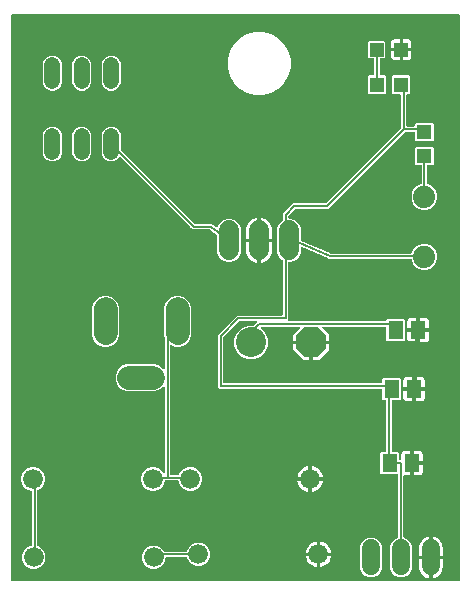
<source format=gbr>
G04 EAGLE Gerber RS-274X export*
G75*
%MOMM*%
%FSLAX34Y34*%
%LPD*%
%INTop Copper*%
%IPPOS*%
%AMOC8*
5,1,8,0,0,1.08239X$1,22.5*%
G01*
%ADD10C,2.540000*%
%ADD11P,2.749271X8X22.500000*%
%ADD12R,1.300000X1.500000*%
%ADD13C,1.676400*%
%ADD14C,1.879600*%
%ADD15C,1.524000*%
%ADD16R,1.300000X1.200000*%
%ADD17R,1.200000X1.200000*%
%ADD18C,2.000000*%
%ADD19R,1.200000X1.300000*%
%ADD20C,1.320800*%
%ADD21C,1.676400*%
%ADD22C,0.152400*%

G36*
X389098Y10164D02*
X389098Y10164D01*
X389117Y10162D01*
X389219Y10184D01*
X389321Y10200D01*
X389338Y10210D01*
X389358Y10214D01*
X389447Y10267D01*
X389538Y10316D01*
X389552Y10330D01*
X389569Y10340D01*
X389636Y10419D01*
X389708Y10494D01*
X389716Y10512D01*
X389729Y10527D01*
X389768Y10623D01*
X389811Y10717D01*
X389813Y10737D01*
X389821Y10755D01*
X389839Y10922D01*
X389839Y489078D01*
X389836Y489098D01*
X389838Y489117D01*
X389816Y489219D01*
X389800Y489321D01*
X389790Y489338D01*
X389786Y489358D01*
X389733Y489447D01*
X389684Y489538D01*
X389670Y489552D01*
X389660Y489569D01*
X389581Y489636D01*
X389506Y489708D01*
X389488Y489716D01*
X389473Y489729D01*
X389377Y489768D01*
X389283Y489811D01*
X389263Y489813D01*
X389245Y489821D01*
X389078Y489839D01*
X10922Y489839D01*
X10902Y489836D01*
X10883Y489838D01*
X10781Y489816D01*
X10679Y489800D01*
X10662Y489790D01*
X10642Y489786D01*
X10553Y489733D01*
X10462Y489684D01*
X10448Y489670D01*
X10431Y489660D01*
X10364Y489581D01*
X10292Y489506D01*
X10284Y489488D01*
X10271Y489473D01*
X10232Y489377D01*
X10189Y489283D01*
X10187Y489263D01*
X10179Y489245D01*
X10161Y489078D01*
X10161Y10922D01*
X10164Y10902D01*
X10162Y10883D01*
X10184Y10781D01*
X10200Y10679D01*
X10210Y10662D01*
X10214Y10642D01*
X10267Y10553D01*
X10316Y10462D01*
X10330Y10448D01*
X10340Y10431D01*
X10419Y10364D01*
X10494Y10292D01*
X10512Y10284D01*
X10527Y10271D01*
X10623Y10232D01*
X10717Y10189D01*
X10737Y10187D01*
X10755Y10179D01*
X10922Y10161D01*
X389078Y10161D01*
X389098Y10164D01*
G37*
%LPC*%
G36*
X338181Y13235D02*
X338181Y13235D01*
X334820Y14627D01*
X332247Y17200D01*
X330855Y20561D01*
X330855Y39439D01*
X332247Y42800D01*
X334820Y45373D01*
X337243Y46376D01*
X337343Y46438D01*
X337443Y46498D01*
X337447Y46503D01*
X337452Y46506D01*
X337527Y46596D01*
X337603Y46685D01*
X337605Y46691D01*
X337609Y46695D01*
X337651Y46804D01*
X337695Y46913D01*
X337696Y46920D01*
X337697Y46925D01*
X337698Y46943D01*
X337713Y47080D01*
X337713Y100214D01*
X337710Y100234D01*
X337712Y100253D01*
X337690Y100355D01*
X337674Y100457D01*
X337664Y100474D01*
X337660Y100494D01*
X337607Y100583D01*
X337558Y100674D01*
X337544Y100688D01*
X337534Y100705D01*
X337455Y100772D01*
X337380Y100844D01*
X337362Y100852D01*
X337347Y100865D01*
X337251Y100904D01*
X337157Y100947D01*
X337137Y100949D01*
X337119Y100957D01*
X336952Y100975D01*
X323368Y100975D01*
X322475Y101868D01*
X322475Y118132D01*
X323368Y119025D01*
X326952Y119025D01*
X326972Y119028D01*
X326991Y119026D01*
X327093Y119048D01*
X327195Y119064D01*
X327212Y119074D01*
X327232Y119078D01*
X327321Y119131D01*
X327412Y119180D01*
X327426Y119194D01*
X327443Y119204D01*
X327510Y119283D01*
X327582Y119358D01*
X327590Y119376D01*
X327603Y119391D01*
X327642Y119487D01*
X327685Y119581D01*
X327687Y119601D01*
X327695Y119619D01*
X327713Y119786D01*
X327713Y162814D01*
X327710Y162834D01*
X327712Y162853D01*
X327690Y162955D01*
X327674Y163057D01*
X327664Y163074D01*
X327660Y163094D01*
X327607Y163183D01*
X327558Y163274D01*
X327544Y163288D01*
X327534Y163305D01*
X327455Y163372D01*
X327380Y163444D01*
X327362Y163452D01*
X327347Y163465D01*
X327251Y163504D01*
X327157Y163547D01*
X327137Y163549D01*
X327119Y163557D01*
X326952Y163575D01*
X325068Y163575D01*
X324175Y164468D01*
X324175Y171952D01*
X324172Y171972D01*
X324174Y171991D01*
X324152Y172093D01*
X324136Y172195D01*
X324126Y172212D01*
X324122Y172232D01*
X324069Y172321D01*
X324020Y172412D01*
X324006Y172426D01*
X323996Y172443D01*
X323917Y172510D01*
X323842Y172582D01*
X323824Y172590D01*
X323809Y172603D01*
X323713Y172642D01*
X323619Y172685D01*
X323599Y172687D01*
X323581Y172695D01*
X323414Y172713D01*
X186553Y172713D01*
X185213Y174053D01*
X185213Y218447D01*
X201553Y234787D01*
X239452Y234787D01*
X239472Y234790D01*
X239491Y234788D01*
X239593Y234810D01*
X239695Y234826D01*
X239712Y234836D01*
X239732Y234840D01*
X239821Y234893D01*
X239912Y234942D01*
X239926Y234956D01*
X239943Y234966D01*
X240010Y235045D01*
X240082Y235120D01*
X240090Y235138D01*
X240103Y235153D01*
X240142Y235249D01*
X240185Y235343D01*
X240187Y235363D01*
X240195Y235381D01*
X240213Y235548D01*
X240213Y280935D01*
X240194Y281050D01*
X240177Y281166D01*
X240175Y281171D01*
X240174Y281178D01*
X240119Y281281D01*
X240066Y281385D01*
X240061Y281389D01*
X240058Y281395D01*
X239974Y281475D01*
X239890Y281557D01*
X239884Y281561D01*
X239880Y281564D01*
X239863Y281572D01*
X239802Y281606D01*
X237001Y284406D01*
X235493Y288047D01*
X235493Y308753D01*
X237001Y312394D01*
X239813Y315205D01*
X239843Y315224D01*
X239943Y315283D01*
X239947Y315288D01*
X239952Y315291D01*
X240027Y315382D01*
X240103Y315470D01*
X240105Y315476D01*
X240109Y315481D01*
X240151Y315590D01*
X240195Y315698D01*
X240196Y315706D01*
X240197Y315711D01*
X240198Y315729D01*
X240213Y315865D01*
X240213Y320947D01*
X249053Y329787D01*
X276237Y329787D01*
X276328Y329801D01*
X276418Y329809D01*
X276448Y329821D01*
X276480Y329826D01*
X276561Y329869D01*
X276645Y329905D01*
X276677Y329931D01*
X276698Y329942D01*
X276720Y329965D01*
X276776Y330010D01*
X339990Y393224D01*
X340043Y393298D01*
X340103Y393368D01*
X340115Y393398D01*
X340134Y393424D01*
X340161Y393511D01*
X340195Y393596D01*
X340199Y393637D01*
X340206Y393659D01*
X340205Y393691D01*
X340213Y393763D01*
X340213Y421214D01*
X340210Y421234D01*
X340212Y421253D01*
X340190Y421354D01*
X340174Y421457D01*
X340164Y421474D01*
X340160Y421494D01*
X340107Y421583D01*
X340058Y421674D01*
X340044Y421688D01*
X340034Y421705D01*
X339955Y421772D01*
X339880Y421844D01*
X339862Y421852D01*
X339847Y421865D01*
X339751Y421904D01*
X339657Y421947D01*
X339637Y421949D01*
X339619Y421957D01*
X339452Y421975D01*
X333528Y421975D01*
X332635Y422868D01*
X332635Y437132D01*
X333528Y438025D01*
X346792Y438025D01*
X347685Y437132D01*
X347685Y422868D01*
X346792Y421975D01*
X345548Y421975D01*
X345528Y421972D01*
X345509Y421974D01*
X345407Y421952D01*
X345305Y421936D01*
X345288Y421926D01*
X345268Y421922D01*
X345179Y421869D01*
X345088Y421820D01*
X345074Y421806D01*
X345057Y421796D01*
X344990Y421717D01*
X344918Y421642D01*
X344910Y421624D01*
X344897Y421609D01*
X344858Y421513D01*
X344815Y421419D01*
X344813Y421399D01*
X344805Y421381D01*
X344787Y421214D01*
X344787Y395548D01*
X344790Y395528D01*
X344788Y395509D01*
X344810Y395407D01*
X344826Y395305D01*
X344836Y395288D01*
X344840Y395268D01*
X344893Y395179D01*
X344942Y395088D01*
X344956Y395074D01*
X344966Y395057D01*
X345045Y394990D01*
X345120Y394918D01*
X345138Y394910D01*
X345153Y394897D01*
X345249Y394858D01*
X345343Y394815D01*
X345363Y394813D01*
X345381Y394805D01*
X345548Y394787D01*
X351214Y394787D01*
X351234Y394790D01*
X351253Y394788D01*
X351355Y394810D01*
X351457Y394826D01*
X351474Y394836D01*
X351494Y394840D01*
X351583Y394893D01*
X351674Y394942D01*
X351688Y394956D01*
X351705Y394966D01*
X351772Y395045D01*
X351844Y395120D01*
X351852Y395138D01*
X351865Y395153D01*
X351904Y395249D01*
X351947Y395343D01*
X351949Y395363D01*
X351957Y395381D01*
X351975Y395548D01*
X351975Y396792D01*
X352868Y397685D01*
X367132Y397685D01*
X368025Y396792D01*
X368025Y383528D01*
X367132Y382635D01*
X352868Y382635D01*
X351975Y383528D01*
X351975Y389452D01*
X351972Y389472D01*
X351974Y389491D01*
X351952Y389593D01*
X351936Y389695D01*
X351926Y389712D01*
X351922Y389732D01*
X351869Y389821D01*
X351820Y389912D01*
X351806Y389926D01*
X351796Y389943D01*
X351717Y390010D01*
X351642Y390082D01*
X351624Y390090D01*
X351609Y390103D01*
X351513Y390142D01*
X351419Y390185D01*
X351399Y390187D01*
X351381Y390195D01*
X351214Y390213D01*
X343763Y390213D01*
X343672Y390199D01*
X343582Y390191D01*
X343552Y390179D01*
X343520Y390174D01*
X343439Y390131D01*
X343355Y390095D01*
X343323Y390069D01*
X343302Y390058D01*
X343280Y390035D01*
X343224Y389990D01*
X278447Y325213D01*
X251263Y325213D01*
X251172Y325199D01*
X251082Y325191D01*
X251052Y325179D01*
X251020Y325174D01*
X250939Y325131D01*
X250855Y325095D01*
X250823Y325069D01*
X250802Y325058D01*
X250780Y325035D01*
X250724Y324990D01*
X245010Y319276D01*
X244957Y319202D01*
X244897Y319132D01*
X244885Y319102D01*
X244866Y319076D01*
X244839Y318989D01*
X244805Y318904D01*
X244801Y318863D01*
X244794Y318841D01*
X244795Y318809D01*
X244787Y318737D01*
X244787Y317450D01*
X244790Y317430D01*
X244788Y317411D01*
X244810Y317309D01*
X244826Y317207D01*
X244836Y317190D01*
X244840Y317170D01*
X244893Y317081D01*
X244942Y316990D01*
X244956Y316976D01*
X244966Y316959D01*
X245045Y316892D01*
X245120Y316820D01*
X245138Y316812D01*
X245153Y316799D01*
X245249Y316760D01*
X245343Y316717D01*
X245363Y316715D01*
X245381Y316707D01*
X245548Y316689D01*
X247371Y316689D01*
X251012Y315181D01*
X253799Y312394D01*
X255307Y308753D01*
X255307Y298573D01*
X255325Y298462D01*
X255340Y298351D01*
X255345Y298341D01*
X255346Y298330D01*
X255399Y298231D01*
X255449Y298130D01*
X255456Y298122D01*
X255462Y298113D01*
X255543Y298035D01*
X255622Y297956D01*
X255634Y297949D01*
X255640Y297943D01*
X255664Y297932D01*
X255768Y297873D01*
X280326Y287348D01*
X280394Y287331D01*
X280459Y287305D01*
X280533Y287297D01*
X280565Y287289D01*
X280587Y287291D01*
X280626Y287287D01*
X348782Y287287D01*
X348896Y287306D01*
X349012Y287323D01*
X349018Y287325D01*
X349024Y287326D01*
X349127Y287381D01*
X349232Y287434D01*
X349236Y287439D01*
X349242Y287442D01*
X349322Y287526D01*
X349404Y287610D01*
X349408Y287616D01*
X349411Y287620D01*
X349419Y287637D01*
X349485Y287757D01*
X350740Y290787D01*
X353813Y293860D01*
X357827Y295523D01*
X362173Y295523D01*
X366187Y293860D01*
X369260Y290787D01*
X370923Y286773D01*
X370923Y282427D01*
X369260Y278413D01*
X366187Y275340D01*
X362173Y273677D01*
X357827Y273677D01*
X353813Y275340D01*
X350740Y278413D01*
X349153Y282243D01*
X349092Y282343D01*
X349032Y282443D01*
X349027Y282447D01*
X349024Y282452D01*
X348934Y282527D01*
X348845Y282603D01*
X348839Y282605D01*
X348834Y282609D01*
X348726Y282651D01*
X348617Y282695D01*
X348609Y282696D01*
X348605Y282697D01*
X348586Y282698D01*
X348450Y282713D01*
X280587Y282713D01*
X280527Y282703D01*
X280466Y282704D01*
X280376Y282679D01*
X280344Y282674D01*
X280330Y282666D01*
X280304Y282659D01*
X279970Y282525D01*
X279674Y282652D01*
X279606Y282669D01*
X279541Y282695D01*
X279467Y282703D01*
X279435Y282711D01*
X279413Y282709D01*
X279374Y282713D01*
X279053Y282713D01*
X278798Y282968D01*
X278749Y283004D01*
X278706Y283047D01*
X278625Y283092D01*
X278598Y283112D01*
X278583Y283116D01*
X278560Y283129D01*
X256368Y292640D01*
X256319Y292652D01*
X256273Y292674D01*
X256200Y292682D01*
X256129Y292699D01*
X256079Y292695D01*
X256029Y292701D01*
X255957Y292685D01*
X255884Y292679D01*
X255838Y292659D01*
X255788Y292648D01*
X255725Y292611D01*
X255658Y292582D01*
X255620Y292548D01*
X255577Y292522D01*
X255529Y292467D01*
X255475Y292418D01*
X255450Y292374D01*
X255417Y292335D01*
X255390Y292267D01*
X255354Y292204D01*
X255344Y292154D01*
X255325Y292107D01*
X255312Y291988D01*
X255307Y291962D01*
X255308Y291954D01*
X255307Y291941D01*
X255307Y288047D01*
X253799Y284406D01*
X251012Y281619D01*
X247371Y280111D01*
X245548Y280111D01*
X245528Y280108D01*
X245509Y280110D01*
X245407Y280088D01*
X245305Y280072D01*
X245288Y280062D01*
X245268Y280058D01*
X245179Y280005D01*
X245088Y279956D01*
X245074Y279942D01*
X245057Y279932D01*
X244990Y279853D01*
X244918Y279778D01*
X244910Y279760D01*
X244897Y279745D01*
X244858Y279649D01*
X244815Y279555D01*
X244813Y279535D01*
X244805Y279517D01*
X244787Y279350D01*
X244787Y231553D01*
X244320Y231086D01*
X244278Y231028D01*
X244229Y230976D01*
X244207Y230929D01*
X244177Y230887D01*
X244156Y230818D01*
X244125Y230753D01*
X244120Y230701D01*
X244104Y230651D01*
X244106Y230580D01*
X244098Y230509D01*
X244109Y230458D01*
X244111Y230406D01*
X244135Y230338D01*
X244150Y230268D01*
X244177Y230223D01*
X244195Y230175D01*
X244240Y230119D01*
X244277Y230057D01*
X244316Y230023D01*
X244349Y229983D01*
X244409Y229944D01*
X244464Y229897D01*
X244512Y229878D01*
X244556Y229850D01*
X244625Y229832D01*
X244692Y229805D01*
X244763Y229797D01*
X244794Y229789D01*
X244818Y229791D01*
X244858Y229787D01*
X326914Y229787D01*
X326934Y229790D01*
X326953Y229788D01*
X327055Y229810D01*
X327157Y229826D01*
X327174Y229836D01*
X327194Y229840D01*
X327283Y229893D01*
X327374Y229942D01*
X327388Y229956D01*
X327405Y229966D01*
X327472Y230045D01*
X327544Y230120D01*
X327552Y230138D01*
X327565Y230153D01*
X327604Y230249D01*
X327647Y230343D01*
X327649Y230363D01*
X327657Y230381D01*
X327675Y230548D01*
X327675Y230732D01*
X328568Y231625D01*
X342832Y231625D01*
X343725Y230732D01*
X343725Y214468D01*
X342832Y213575D01*
X328568Y213575D01*
X327675Y214468D01*
X327675Y224452D01*
X327672Y224472D01*
X327674Y224491D01*
X327652Y224593D01*
X327636Y224695D01*
X327626Y224712D01*
X327622Y224732D01*
X327569Y224821D01*
X327520Y224912D01*
X327506Y224926D01*
X327496Y224943D01*
X327417Y225010D01*
X327342Y225082D01*
X327324Y225090D01*
X327309Y225103D01*
X327213Y225142D01*
X327119Y225185D01*
X327099Y225187D01*
X327081Y225195D01*
X326914Y225213D01*
X274378Y225213D01*
X274307Y225202D01*
X274236Y225200D01*
X274187Y225182D01*
X274135Y225174D01*
X274072Y225140D01*
X274005Y225115D01*
X273964Y225083D01*
X273918Y225058D01*
X273869Y225006D01*
X273813Y224962D01*
X273785Y224918D01*
X273749Y224880D01*
X273718Y224815D01*
X273680Y224755D01*
X273667Y224704D01*
X273645Y224657D01*
X273637Y224586D01*
X273620Y224516D01*
X273624Y224464D01*
X273618Y224413D01*
X273633Y224342D01*
X273639Y224271D01*
X273659Y224223D01*
X273670Y224172D01*
X273707Y224111D01*
X273735Y224045D01*
X273780Y223989D01*
X273796Y223961D01*
X273814Y223946D01*
X273840Y223914D01*
X279341Y218413D01*
X279341Y213623D01*
X264862Y213623D01*
X264842Y213620D01*
X264823Y213622D01*
X264721Y213600D01*
X264619Y213583D01*
X264602Y213574D01*
X264582Y213570D01*
X264493Y213517D01*
X264402Y213468D01*
X264388Y213454D01*
X264371Y213444D01*
X264304Y213365D01*
X264233Y213290D01*
X264224Y213272D01*
X264211Y213257D01*
X264173Y213161D01*
X264129Y213067D01*
X264127Y213047D01*
X264119Y213029D01*
X264101Y212862D01*
X264101Y212099D01*
X264099Y212099D01*
X264099Y212862D01*
X264096Y212882D01*
X264098Y212901D01*
X264076Y213003D01*
X264059Y213105D01*
X264050Y213122D01*
X264046Y213142D01*
X263993Y213231D01*
X263944Y213322D01*
X263930Y213336D01*
X263920Y213353D01*
X263841Y213420D01*
X263766Y213491D01*
X263748Y213500D01*
X263733Y213513D01*
X263637Y213552D01*
X263543Y213595D01*
X263523Y213597D01*
X263505Y213605D01*
X263338Y213623D01*
X248859Y213623D01*
X248859Y218413D01*
X254360Y223914D01*
X254402Y223972D01*
X254451Y224024D01*
X254473Y224071D01*
X254504Y224113D01*
X254525Y224182D01*
X254555Y224247D01*
X254561Y224299D01*
X254576Y224349D01*
X254574Y224420D01*
X254582Y224491D01*
X254571Y224542D01*
X254570Y224594D01*
X254545Y224662D01*
X254530Y224732D01*
X254503Y224777D01*
X254485Y224825D01*
X254440Y224881D01*
X254404Y224943D01*
X254364Y224977D01*
X254331Y225017D01*
X254271Y225056D01*
X254217Y225103D01*
X254168Y225122D01*
X254125Y225150D01*
X254055Y225168D01*
X253989Y225195D01*
X253917Y225203D01*
X253886Y225211D01*
X253863Y225209D01*
X253822Y225213D01*
X222141Y225213D01*
X222071Y225202D01*
X221999Y225200D01*
X221950Y225182D01*
X221899Y225174D01*
X221835Y225140D01*
X221768Y225115D01*
X221727Y225083D01*
X221681Y225058D01*
X221632Y225006D01*
X221576Y224962D01*
X221548Y224918D01*
X221512Y224880D01*
X221482Y224815D01*
X221443Y224755D01*
X221430Y224704D01*
X221408Y224657D01*
X221400Y224586D01*
X221383Y224516D01*
X221387Y224464D01*
X221381Y224413D01*
X221396Y224342D01*
X221402Y224271D01*
X221422Y224223D01*
X221433Y224172D01*
X221470Y224111D01*
X221498Y224045D01*
X221543Y223989D01*
X221560Y223961D01*
X221577Y223946D01*
X221603Y223914D01*
X225359Y220158D01*
X227525Y214929D01*
X227525Y209271D01*
X225359Y204042D01*
X221358Y200041D01*
X216129Y197875D01*
X210471Y197875D01*
X205242Y200041D01*
X201241Y204042D01*
X199075Y209271D01*
X199075Y214929D01*
X201241Y220158D01*
X205242Y224159D01*
X210471Y226325D01*
X215275Y226325D01*
X215366Y226339D01*
X215456Y226347D01*
X215486Y226359D01*
X215518Y226364D01*
X215599Y226407D01*
X215683Y226443D01*
X215715Y226469D01*
X215736Y226480D01*
X215758Y226503D01*
X215814Y226548D01*
X218180Y228914D01*
X218222Y228972D01*
X218271Y229024D01*
X218293Y229071D01*
X218323Y229113D01*
X218344Y229182D01*
X218375Y229247D01*
X218380Y229299D01*
X218396Y229349D01*
X218394Y229420D01*
X218402Y229491D01*
X218391Y229542D01*
X218389Y229594D01*
X218365Y229662D01*
X218350Y229732D01*
X218323Y229777D01*
X218305Y229825D01*
X218260Y229881D01*
X218223Y229943D01*
X218184Y229977D01*
X218151Y230017D01*
X218091Y230056D01*
X218036Y230103D01*
X217988Y230122D01*
X217944Y230150D01*
X217875Y230168D01*
X217808Y230195D01*
X217737Y230203D01*
X217706Y230211D01*
X217682Y230209D01*
X217642Y230213D01*
X203763Y230213D01*
X203672Y230199D01*
X203582Y230191D01*
X203552Y230179D01*
X203520Y230174D01*
X203439Y230131D01*
X203355Y230095D01*
X203323Y230069D01*
X203302Y230058D01*
X203280Y230035D01*
X203224Y229990D01*
X190010Y216776D01*
X189957Y216702D01*
X189897Y216632D01*
X189885Y216602D01*
X189866Y216576D01*
X189839Y216489D01*
X189805Y216404D01*
X189801Y216363D01*
X189794Y216341D01*
X189795Y216309D01*
X189787Y216237D01*
X189787Y178048D01*
X189790Y178028D01*
X189788Y178009D01*
X189810Y177907D01*
X189826Y177805D01*
X189836Y177788D01*
X189840Y177768D01*
X189893Y177679D01*
X189942Y177588D01*
X189956Y177574D01*
X189966Y177557D01*
X190045Y177490D01*
X190120Y177418D01*
X190138Y177410D01*
X190153Y177397D01*
X190249Y177358D01*
X190343Y177315D01*
X190363Y177313D01*
X190381Y177305D01*
X190548Y177287D01*
X323414Y177287D01*
X323434Y177290D01*
X323453Y177288D01*
X323555Y177310D01*
X323657Y177326D01*
X323674Y177336D01*
X323694Y177340D01*
X323783Y177393D01*
X323874Y177442D01*
X323888Y177456D01*
X323905Y177466D01*
X323972Y177545D01*
X324044Y177620D01*
X324052Y177638D01*
X324065Y177653D01*
X324104Y177749D01*
X324147Y177843D01*
X324149Y177863D01*
X324157Y177881D01*
X324175Y178048D01*
X324175Y180732D01*
X325068Y181625D01*
X339332Y181625D01*
X340225Y180732D01*
X340225Y164468D01*
X339332Y163575D01*
X333048Y163575D01*
X333028Y163572D01*
X333009Y163574D01*
X332907Y163552D01*
X332805Y163536D01*
X332788Y163526D01*
X332768Y163522D01*
X332679Y163469D01*
X332588Y163420D01*
X332574Y163406D01*
X332557Y163396D01*
X332490Y163317D01*
X332418Y163242D01*
X332410Y163224D01*
X332397Y163209D01*
X332358Y163113D01*
X332315Y163019D01*
X332313Y162999D01*
X332305Y162981D01*
X332287Y162814D01*
X332287Y119786D01*
X332290Y119766D01*
X332288Y119747D01*
X332310Y119645D01*
X332326Y119543D01*
X332336Y119526D01*
X332340Y119506D01*
X332393Y119417D01*
X332442Y119326D01*
X332456Y119312D01*
X332466Y119295D01*
X332545Y119228D01*
X332620Y119156D01*
X332638Y119148D01*
X332653Y119135D01*
X332749Y119096D01*
X332843Y119053D01*
X332863Y119051D01*
X332881Y119043D01*
X333048Y119025D01*
X337632Y119025D01*
X338525Y118132D01*
X338525Y113048D01*
X338528Y113028D01*
X338526Y113009D01*
X338548Y112907D01*
X338564Y112805D01*
X338574Y112788D01*
X338578Y112768D01*
X338631Y112679D01*
X338680Y112588D01*
X338694Y112574D01*
X338704Y112557D01*
X338783Y112490D01*
X338858Y112418D01*
X338876Y112410D01*
X338891Y112397D01*
X338987Y112358D01*
X339081Y112315D01*
X339101Y112313D01*
X339119Y112305D01*
X339286Y112287D01*
X339698Y112287D01*
X339718Y112290D01*
X339737Y112288D01*
X339839Y112310D01*
X339941Y112326D01*
X339958Y112336D01*
X339978Y112340D01*
X340067Y112393D01*
X340158Y112442D01*
X340172Y112456D01*
X340189Y112466D01*
X340256Y112545D01*
X340328Y112620D01*
X340336Y112638D01*
X340349Y112653D01*
X340388Y112749D01*
X340431Y112843D01*
X340433Y112863D01*
X340441Y112881D01*
X340459Y113048D01*
X340459Y117834D01*
X340632Y118481D01*
X340967Y119060D01*
X341440Y119533D01*
X342019Y119868D01*
X342666Y120041D01*
X347977Y120041D01*
X347977Y110762D01*
X347980Y110742D01*
X347978Y110723D01*
X348000Y110621D01*
X348017Y110519D01*
X348026Y110502D01*
X348030Y110482D01*
X348083Y110393D01*
X348132Y110302D01*
X348146Y110288D01*
X348156Y110271D01*
X348235Y110204D01*
X348310Y110133D01*
X348328Y110124D01*
X348343Y110111D01*
X348439Y110072D01*
X348533Y110029D01*
X348553Y110027D01*
X348571Y110019D01*
X348738Y110001D01*
X349501Y110001D01*
X349501Y109999D01*
X348738Y109999D01*
X348718Y109996D01*
X348699Y109998D01*
X348597Y109976D01*
X348495Y109959D01*
X348478Y109950D01*
X348458Y109946D01*
X348369Y109893D01*
X348278Y109844D01*
X348264Y109830D01*
X348247Y109820D01*
X348180Y109741D01*
X348109Y109666D01*
X348100Y109648D01*
X348087Y109633D01*
X348048Y109537D01*
X348005Y109443D01*
X348003Y109423D01*
X347995Y109405D01*
X347977Y109238D01*
X347977Y99959D01*
X343048Y99959D01*
X343028Y99956D01*
X343009Y99958D01*
X342907Y99936D01*
X342805Y99920D01*
X342788Y99910D01*
X342768Y99906D01*
X342679Y99853D01*
X342588Y99804D01*
X342574Y99790D01*
X342557Y99780D01*
X342490Y99701D01*
X342418Y99626D01*
X342410Y99608D01*
X342397Y99593D01*
X342358Y99497D01*
X342315Y99403D01*
X342313Y99383D01*
X342305Y99365D01*
X342287Y99198D01*
X342287Y47080D01*
X342306Y46965D01*
X342323Y46849D01*
X342325Y46843D01*
X342326Y46837D01*
X342381Y46734D01*
X342434Y46629D01*
X342439Y46625D01*
X342442Y46620D01*
X342526Y46540D01*
X342610Y46457D01*
X342616Y46454D01*
X342620Y46450D01*
X342637Y46442D01*
X342757Y46376D01*
X345180Y45373D01*
X347753Y42800D01*
X349145Y39439D01*
X349145Y20561D01*
X347753Y17200D01*
X345180Y14627D01*
X341819Y13235D01*
X338181Y13235D01*
G37*
%LPD*%
%LPC*%
G36*
X128329Y86493D02*
X128329Y86493D01*
X124688Y88001D01*
X121901Y90788D01*
X120393Y94429D01*
X120393Y98371D01*
X121901Y102012D01*
X124688Y104799D01*
X128329Y106307D01*
X132271Y106307D01*
X135912Y104799D01*
X138699Y102012D01*
X138749Y101891D01*
X138800Y101808D01*
X138846Y101722D01*
X138864Y101704D01*
X138878Y101682D01*
X138953Y101619D01*
X139024Y101552D01*
X139048Y101541D01*
X139068Y101525D01*
X139159Y101490D01*
X139247Y101449D01*
X139273Y101446D01*
X139297Y101436D01*
X139395Y101432D01*
X139491Y101422D01*
X139517Y101427D01*
X139543Y101426D01*
X139637Y101453D01*
X139732Y101474D01*
X139754Y101487D01*
X139779Y101495D01*
X139859Y101550D01*
X139943Y101600D01*
X139960Y101620D01*
X139981Y101635D01*
X140040Y101713D01*
X140103Y101787D01*
X140113Y101811D01*
X140128Y101832D01*
X140158Y101925D01*
X140195Y102015D01*
X140198Y102047D01*
X140204Y102066D01*
X140204Y102099D01*
X140213Y102182D01*
X140213Y174077D01*
X140202Y174148D01*
X140200Y174219D01*
X140182Y174268D01*
X140174Y174320D01*
X140140Y174383D01*
X140115Y174450D01*
X140083Y174491D01*
X140058Y174537D01*
X140006Y174587D01*
X139962Y174643D01*
X139918Y174671D01*
X139880Y174707D01*
X139815Y174737D01*
X139755Y174776D01*
X139704Y174788D01*
X139657Y174810D01*
X139586Y174818D01*
X139516Y174836D01*
X139464Y174832D01*
X139413Y174837D01*
X139342Y174822D01*
X139271Y174816D01*
X139223Y174796D01*
X139172Y174785D01*
X139111Y174748D01*
X139045Y174720D01*
X138989Y174675D01*
X138961Y174659D01*
X138946Y174641D01*
X138914Y174615D01*
X136528Y172230D01*
X132292Y170475D01*
X107708Y170475D01*
X103472Y172230D01*
X100230Y175472D01*
X98475Y179708D01*
X98475Y184292D01*
X100230Y188528D01*
X103472Y191770D01*
X107708Y193525D01*
X132292Y193525D01*
X136528Y191770D01*
X138914Y189385D01*
X138972Y189343D01*
X139024Y189293D01*
X139071Y189272D01*
X139113Y189241D01*
X139182Y189220D01*
X139247Y189190D01*
X139299Y189184D01*
X139349Y189169D01*
X139420Y189171D01*
X139491Y189163D01*
X139542Y189174D01*
X139594Y189175D01*
X139662Y189200D01*
X139732Y189215D01*
X139777Y189242D01*
X139825Y189260D01*
X139881Y189304D01*
X139943Y189341D01*
X139977Y189381D01*
X140017Y189413D01*
X140056Y189474D01*
X140103Y189528D01*
X140122Y189576D01*
X140150Y189620D01*
X140168Y189690D01*
X140195Y189756D01*
X140203Y189828D01*
X140211Y189859D01*
X140209Y189882D01*
X140213Y189923D01*
X140213Y215774D01*
X140203Y215839D01*
X140202Y215905D01*
X140179Y215985D01*
X140174Y216017D01*
X140164Y216034D01*
X140155Y216066D01*
X139475Y217708D01*
X139475Y242292D01*
X141230Y246528D01*
X144472Y249770D01*
X148708Y251525D01*
X153292Y251525D01*
X157528Y249770D01*
X160770Y246528D01*
X162525Y242292D01*
X162525Y217708D01*
X160770Y213472D01*
X157528Y210230D01*
X153292Y208475D01*
X148708Y208475D01*
X145839Y209663D01*
X145795Y209674D01*
X145753Y209693D01*
X145676Y209702D01*
X145600Y209720D01*
X145554Y209715D01*
X145509Y209720D01*
X145432Y209704D01*
X145355Y209696D01*
X145313Y209678D01*
X145268Y209668D01*
X145201Y209628D01*
X145130Y209596D01*
X145096Y209565D01*
X145057Y209542D01*
X145006Y209483D01*
X144949Y209430D01*
X144927Y209390D01*
X144897Y209355D01*
X144868Y209283D01*
X144831Y209215D01*
X144822Y209169D01*
X144805Y209127D01*
X144790Y208991D01*
X144787Y208972D01*
X144788Y208968D01*
X144787Y208960D01*
X144787Y100548D01*
X144790Y100528D01*
X144788Y100509D01*
X144810Y100407D01*
X144826Y100305D01*
X144836Y100288D01*
X144840Y100268D01*
X144893Y100179D01*
X144942Y100088D01*
X144956Y100074D01*
X144966Y100057D01*
X145045Y99990D01*
X145120Y99918D01*
X145138Y99910D01*
X145153Y99897D01*
X145249Y99858D01*
X145343Y99815D01*
X145363Y99813D01*
X145381Y99805D01*
X145548Y99787D01*
X151871Y99787D01*
X151986Y99806D01*
X152102Y99823D01*
X152108Y99825D01*
X152114Y99826D01*
X152217Y99881D01*
X152321Y99934D01*
X152326Y99939D01*
X152331Y99942D01*
X152411Y100026D01*
X152494Y100110D01*
X152497Y100116D01*
X152501Y100120D01*
X152509Y100137D01*
X152575Y100257D01*
X153301Y102012D01*
X156088Y104799D01*
X159729Y106307D01*
X163671Y106307D01*
X167312Y104799D01*
X170099Y102012D01*
X171607Y98371D01*
X171607Y94429D01*
X170099Y90788D01*
X167312Y88001D01*
X163671Y86493D01*
X159729Y86493D01*
X156088Y88001D01*
X153301Y90788D01*
X151793Y94429D01*
X151793Y94452D01*
X151790Y94472D01*
X151792Y94491D01*
X151770Y94593D01*
X151754Y94695D01*
X151744Y94712D01*
X151740Y94732D01*
X151687Y94821D01*
X151638Y94912D01*
X151624Y94926D01*
X151614Y94943D01*
X151535Y95010D01*
X151460Y95082D01*
X151442Y95090D01*
X151427Y95103D01*
X151331Y95142D01*
X151237Y95185D01*
X151217Y95187D01*
X151199Y95195D01*
X151032Y95213D01*
X140968Y95213D01*
X140948Y95210D01*
X140929Y95212D01*
X140827Y95190D01*
X140725Y95174D01*
X140708Y95164D01*
X140688Y95160D01*
X140599Y95107D01*
X140508Y95058D01*
X140494Y95044D01*
X140477Y95034D01*
X140410Y94955D01*
X140338Y94880D01*
X140330Y94862D01*
X140317Y94847D01*
X140278Y94751D01*
X140235Y94657D01*
X140233Y94637D01*
X140225Y94619D01*
X140207Y94452D01*
X140207Y94429D01*
X138699Y90788D01*
X135912Y88001D01*
X132271Y86493D01*
X128329Y86493D01*
G37*
%LPD*%
%LPC*%
G36*
X216489Y421589D02*
X216489Y421589D01*
X209705Y423407D01*
X203624Y426918D01*
X198658Y431884D01*
X195147Y437965D01*
X193329Y444749D01*
X193329Y451771D01*
X195147Y458555D01*
X198658Y464636D01*
X203624Y469602D01*
X209705Y473113D01*
X216489Y474931D01*
X223511Y474931D01*
X230295Y473113D01*
X236376Y469602D01*
X241342Y464636D01*
X244853Y458555D01*
X246671Y451771D01*
X246671Y444749D01*
X244853Y437965D01*
X241342Y431884D01*
X236376Y426918D01*
X230295Y423407D01*
X223511Y421589D01*
X216489Y421589D01*
G37*
%LPD*%
%LPC*%
G36*
X192629Y280111D02*
X192629Y280111D01*
X188988Y281619D01*
X186201Y284406D01*
X184693Y288047D01*
X184693Y302696D01*
X184690Y302715D01*
X184692Y302734D01*
X184670Y302836D01*
X184654Y302939D01*
X184645Y302956D01*
X184641Y302975D01*
X184587Y303064D01*
X184538Y303156D01*
X184525Y303169D01*
X184515Y303186D01*
X184393Y303302D01*
X178808Y307558D01*
X178772Y307577D01*
X178741Y307603D01*
X178664Y307634D01*
X178590Y307673D01*
X178550Y307680D01*
X178513Y307695D01*
X178351Y307713D01*
X178348Y307713D01*
X178347Y307713D01*
X178346Y307713D01*
X164053Y307713D01*
X162490Y309276D01*
X102903Y368863D01*
X102887Y368875D01*
X102875Y368890D01*
X102787Y368946D01*
X102703Y369006D01*
X102685Y369012D01*
X102668Y369023D01*
X102567Y369048D01*
X102468Y369079D01*
X102448Y369078D01*
X102429Y369083D01*
X102326Y369075D01*
X102223Y369072D01*
X102204Y369066D01*
X102184Y369064D01*
X102089Y369024D01*
X101991Y368988D01*
X101976Y368975D01*
X101958Y368968D01*
X101827Y368863D01*
X99497Y366533D01*
X96509Y365295D01*
X93275Y365295D01*
X90287Y366533D01*
X88001Y368819D01*
X86763Y371807D01*
X86763Y388249D01*
X88001Y391237D01*
X90287Y393523D01*
X93275Y394761D01*
X96509Y394761D01*
X99497Y393523D01*
X101783Y391237D01*
X103021Y388249D01*
X103021Y375529D01*
X103022Y375522D01*
X103022Y375521D01*
X103022Y375518D01*
X103035Y375438D01*
X103043Y375348D01*
X103055Y375318D01*
X103060Y375286D01*
X103103Y375205D01*
X103139Y375121D01*
X103165Y375089D01*
X103176Y375068D01*
X103199Y375046D01*
X103244Y374990D01*
X165724Y312510D01*
X165798Y312457D01*
X165868Y312397D01*
X165898Y312385D01*
X165924Y312366D01*
X166011Y312339D01*
X166096Y312305D01*
X166137Y312301D01*
X166159Y312294D01*
X166191Y312295D01*
X166263Y312287D01*
X179170Y312287D01*
X179202Y312292D01*
X179272Y312294D01*
X180016Y312394D01*
X180086Y312366D01*
X180160Y312327D01*
X180200Y312320D01*
X180237Y312305D01*
X180312Y312297D01*
X180847Y311762D01*
X180873Y311743D01*
X180924Y311695D01*
X183929Y309405D01*
X184033Y309350D01*
X184136Y309293D01*
X184141Y309292D01*
X184146Y309290D01*
X184262Y309270D01*
X184378Y309249D01*
X184383Y309250D01*
X184389Y309249D01*
X184505Y309268D01*
X184621Y309285D01*
X184626Y309288D01*
X184632Y309289D01*
X184736Y309343D01*
X184841Y309397D01*
X184844Y309401D01*
X184849Y309403D01*
X184930Y309488D01*
X185013Y309572D01*
X185016Y309578D01*
X185019Y309581D01*
X185026Y309597D01*
X185094Y309719D01*
X186201Y312394D01*
X188988Y315181D01*
X192629Y316689D01*
X196571Y316689D01*
X200212Y315181D01*
X202999Y312394D01*
X204507Y308753D01*
X204507Y288047D01*
X202999Y284406D01*
X200212Y281619D01*
X196571Y280111D01*
X192629Y280111D01*
G37*
%LPD*%
%LPC*%
G36*
X87708Y208475D02*
X87708Y208475D01*
X83472Y210230D01*
X80230Y213472D01*
X78475Y217708D01*
X78475Y242292D01*
X80230Y246528D01*
X83472Y249770D01*
X87708Y251525D01*
X92292Y251525D01*
X96528Y249770D01*
X99770Y246528D01*
X101525Y242292D01*
X101525Y217708D01*
X99770Y213472D01*
X96528Y210230D01*
X92292Y208475D01*
X87708Y208475D01*
G37*
%LPD*%
%LPC*%
G36*
X27229Y20093D02*
X27229Y20093D01*
X23588Y21601D01*
X20801Y24388D01*
X19293Y28029D01*
X19293Y31971D01*
X20801Y35612D01*
X23588Y38399D01*
X27243Y39912D01*
X27342Y39973D01*
X27400Y40004D01*
X27409Y40014D01*
X27443Y40034D01*
X27447Y40039D01*
X27452Y40042D01*
X27527Y40132D01*
X27603Y40221D01*
X27605Y40227D01*
X27609Y40232D01*
X27651Y40340D01*
X27695Y40449D01*
X27696Y40457D01*
X27697Y40461D01*
X27698Y40479D01*
X27713Y40616D01*
X27713Y85732D01*
X27710Y85752D01*
X27712Y85771D01*
X27690Y85873D01*
X27674Y85975D01*
X27664Y85992D01*
X27660Y86012D01*
X27607Y86101D01*
X27558Y86192D01*
X27544Y86206D01*
X27534Y86223D01*
X27455Y86290D01*
X27380Y86362D01*
X27362Y86370D01*
X27347Y86383D01*
X27251Y86422D01*
X27157Y86465D01*
X27137Y86467D01*
X27119Y86475D01*
X26952Y86493D01*
X26729Y86493D01*
X23088Y88001D01*
X20301Y90788D01*
X18793Y94429D01*
X18793Y98371D01*
X20301Y102012D01*
X23088Y104799D01*
X26729Y106307D01*
X30671Y106307D01*
X34312Y104799D01*
X37099Y102012D01*
X38607Y98371D01*
X38607Y94429D01*
X37099Y90788D01*
X34312Y88001D01*
X32757Y87357D01*
X32657Y87296D01*
X32557Y87236D01*
X32553Y87231D01*
X32548Y87228D01*
X32473Y87138D01*
X32397Y87049D01*
X32395Y87043D01*
X32391Y87038D01*
X32349Y86930D01*
X32305Y86821D01*
X32304Y86813D01*
X32303Y86809D01*
X32302Y86790D01*
X32287Y86654D01*
X32287Y39953D01*
X32306Y39838D01*
X32323Y39722D01*
X32325Y39716D01*
X32326Y39710D01*
X32381Y39608D01*
X32434Y39503D01*
X32439Y39498D01*
X32442Y39493D01*
X32526Y39413D01*
X32610Y39331D01*
X32616Y39327D01*
X32620Y39324D01*
X32637Y39316D01*
X32757Y39250D01*
X34812Y38399D01*
X37599Y35612D01*
X39107Y31971D01*
X39107Y28029D01*
X37599Y24388D01*
X34812Y21601D01*
X31171Y20093D01*
X27229Y20093D01*
G37*
%LPD*%
%LPC*%
G36*
X128829Y20093D02*
X128829Y20093D01*
X125188Y21601D01*
X122401Y24388D01*
X120893Y28029D01*
X120893Y31971D01*
X122401Y35612D01*
X125188Y38399D01*
X128829Y39907D01*
X132771Y39907D01*
X136412Y38399D01*
X139199Y35612D01*
X139346Y35257D01*
X139408Y35157D01*
X139467Y35057D01*
X139472Y35053D01*
X139475Y35048D01*
X139566Y34973D01*
X139654Y34897D01*
X139660Y34895D01*
X139665Y34891D01*
X139773Y34849D01*
X139882Y34805D01*
X139890Y34804D01*
X139894Y34803D01*
X139913Y34802D01*
X140049Y34787D01*
X158374Y34787D01*
X158489Y34806D01*
X158605Y34823D01*
X158611Y34825D01*
X158617Y34826D01*
X158720Y34881D01*
X158824Y34934D01*
X158829Y34939D01*
X158834Y34942D01*
X158914Y35026D01*
X158997Y35110D01*
X159000Y35116D01*
X159004Y35120D01*
X159011Y35137D01*
X159077Y35257D01*
X160301Y38212D01*
X163088Y40999D01*
X166729Y42507D01*
X170671Y42507D01*
X174312Y40999D01*
X177099Y38212D01*
X178607Y34571D01*
X178607Y30629D01*
X177099Y26988D01*
X174312Y24201D01*
X170671Y22693D01*
X166729Y22693D01*
X163088Y24201D01*
X160301Y26988D01*
X159160Y29743D01*
X159099Y29843D01*
X159039Y29943D01*
X159034Y29947D01*
X159031Y29952D01*
X158940Y30027D01*
X158852Y30103D01*
X158846Y30105D01*
X158841Y30109D01*
X158733Y30151D01*
X158624Y30195D01*
X158616Y30196D01*
X158612Y30197D01*
X158593Y30198D01*
X158457Y30213D01*
X141468Y30213D01*
X141448Y30210D01*
X141429Y30212D01*
X141327Y30190D01*
X141225Y30174D01*
X141208Y30164D01*
X141188Y30160D01*
X141099Y30107D01*
X141008Y30058D01*
X140994Y30044D01*
X140977Y30034D01*
X140910Y29955D01*
X140838Y29880D01*
X140830Y29862D01*
X140817Y29847D01*
X140778Y29751D01*
X140735Y29657D01*
X140733Y29637D01*
X140725Y29619D01*
X140707Y29452D01*
X140707Y28029D01*
X139199Y24388D01*
X136412Y21601D01*
X132771Y20093D01*
X128829Y20093D01*
G37*
%LPD*%
%LPC*%
G36*
X357827Y324477D02*
X357827Y324477D01*
X353813Y326140D01*
X350740Y329213D01*
X349077Y333227D01*
X349077Y337573D01*
X350740Y341587D01*
X353813Y344660D01*
X357243Y346081D01*
X357342Y346142D01*
X357443Y346202D01*
X357447Y346207D01*
X357452Y346210D01*
X357527Y346300D01*
X357603Y346389D01*
X357605Y346395D01*
X357609Y346400D01*
X357651Y346508D01*
X357695Y346617D01*
X357696Y346625D01*
X357697Y346630D01*
X357698Y346648D01*
X357713Y346784D01*
X357713Y361554D01*
X357710Y361574D01*
X357712Y361593D01*
X357690Y361695D01*
X357674Y361797D01*
X357664Y361814D01*
X357660Y361834D01*
X357607Y361923D01*
X357558Y362014D01*
X357544Y362028D01*
X357534Y362045D01*
X357455Y362112D01*
X357380Y362184D01*
X357362Y362192D01*
X357347Y362205D01*
X357251Y362244D01*
X357157Y362287D01*
X357137Y362289D01*
X357119Y362297D01*
X356952Y362315D01*
X352868Y362315D01*
X351975Y363208D01*
X351975Y376472D01*
X352868Y377365D01*
X367132Y377365D01*
X368025Y376472D01*
X368025Y363208D01*
X367132Y362315D01*
X363048Y362315D01*
X363028Y362312D01*
X363009Y362314D01*
X362907Y362292D01*
X362805Y362276D01*
X362788Y362266D01*
X362768Y362262D01*
X362679Y362209D01*
X362588Y362160D01*
X362574Y362146D01*
X362557Y362136D01*
X362490Y362057D01*
X362418Y361982D01*
X362410Y361964D01*
X362397Y361949D01*
X362358Y361853D01*
X362315Y361759D01*
X362313Y361739D01*
X362305Y361721D01*
X362287Y361554D01*
X362287Y346784D01*
X362306Y346669D01*
X362323Y346553D01*
X362325Y346548D01*
X362326Y346541D01*
X362381Y346439D01*
X362434Y346334D01*
X362439Y346330D01*
X362442Y346324D01*
X362526Y346244D01*
X362610Y346162D01*
X362616Y346158D01*
X362620Y346155D01*
X362637Y346147D01*
X362757Y346081D01*
X366187Y344660D01*
X369260Y341587D01*
X370923Y337573D01*
X370923Y333227D01*
X369260Y329213D01*
X366187Y326140D01*
X362173Y324477D01*
X357827Y324477D01*
G37*
%LPD*%
%LPC*%
G36*
X312781Y13235D02*
X312781Y13235D01*
X309420Y14627D01*
X306847Y17200D01*
X305455Y20561D01*
X305455Y39439D01*
X306847Y42800D01*
X309420Y45373D01*
X312781Y46765D01*
X316419Y46765D01*
X319780Y45373D01*
X322353Y42800D01*
X323745Y39439D01*
X323745Y20561D01*
X322353Y17200D01*
X319780Y14627D01*
X316419Y13235D01*
X312781Y13235D01*
G37*
%LPD*%
%LPC*%
G36*
X313208Y421975D02*
X313208Y421975D01*
X312315Y422868D01*
X312315Y437132D01*
X313208Y438025D01*
X316952Y438025D01*
X316972Y438028D01*
X316991Y438026D01*
X317093Y438048D01*
X317195Y438064D01*
X317212Y438074D01*
X317232Y438078D01*
X317321Y438131D01*
X317412Y438180D01*
X317426Y438194D01*
X317443Y438204D01*
X317510Y438283D01*
X317582Y438358D01*
X317590Y438376D01*
X317603Y438391D01*
X317642Y438487D01*
X317685Y438581D01*
X317687Y438601D01*
X317695Y438619D01*
X317713Y438786D01*
X317713Y451714D01*
X317712Y451722D01*
X317712Y451725D01*
X317710Y451735D01*
X317712Y451753D01*
X317690Y451855D01*
X317674Y451957D01*
X317664Y451974D01*
X317660Y451994D01*
X317607Y452083D01*
X317558Y452174D01*
X317544Y452188D01*
X317534Y452205D01*
X317455Y452272D01*
X317380Y452344D01*
X317362Y452352D01*
X317347Y452365D01*
X317251Y452404D01*
X317157Y452447D01*
X317137Y452449D01*
X317119Y452457D01*
X316952Y452475D01*
X312868Y452475D01*
X311975Y453368D01*
X311975Y466632D01*
X312868Y467525D01*
X326132Y467525D01*
X327025Y466632D01*
X327025Y453368D01*
X326132Y452475D01*
X323048Y452475D01*
X323028Y452472D01*
X323009Y452474D01*
X322907Y452452D01*
X322805Y452436D01*
X322788Y452426D01*
X322768Y452422D01*
X322679Y452369D01*
X322588Y452320D01*
X322574Y452306D01*
X322557Y452296D01*
X322490Y452217D01*
X322418Y452142D01*
X322410Y452124D01*
X322397Y452109D01*
X322358Y452013D01*
X322315Y451919D01*
X322313Y451899D01*
X322305Y451881D01*
X322287Y451714D01*
X322287Y438786D01*
X322290Y438766D01*
X322288Y438747D01*
X322310Y438645D01*
X322326Y438543D01*
X322336Y438526D01*
X322340Y438506D01*
X322393Y438417D01*
X322442Y438326D01*
X322456Y438312D01*
X322466Y438295D01*
X322545Y438228D01*
X322620Y438156D01*
X322638Y438148D01*
X322653Y438135D01*
X322749Y438096D01*
X322843Y438053D01*
X322863Y438051D01*
X322881Y438043D01*
X323048Y438025D01*
X326472Y438025D01*
X327365Y437132D01*
X327365Y422868D01*
X326472Y421975D01*
X313208Y421975D01*
G37*
%LPD*%
%LPC*%
G36*
X68383Y365295D02*
X68383Y365295D01*
X65395Y366533D01*
X63109Y368819D01*
X61871Y371807D01*
X61871Y388249D01*
X63109Y391237D01*
X65395Y393523D01*
X68383Y394761D01*
X71617Y394761D01*
X74605Y393523D01*
X76891Y391237D01*
X78129Y388249D01*
X78129Y371807D01*
X76891Y368819D01*
X74605Y366533D01*
X71617Y365295D01*
X68383Y365295D01*
G37*
%LPD*%
%LPC*%
G36*
X93275Y425239D02*
X93275Y425239D01*
X90287Y426477D01*
X88001Y428763D01*
X86763Y431751D01*
X86763Y448193D01*
X88001Y451181D01*
X90287Y453467D01*
X93275Y454705D01*
X96509Y454705D01*
X99497Y453467D01*
X101783Y451181D01*
X103021Y448193D01*
X103021Y431751D01*
X101783Y428763D01*
X99497Y426477D01*
X96509Y425239D01*
X93275Y425239D01*
G37*
%LPD*%
%LPC*%
G36*
X68383Y425239D02*
X68383Y425239D01*
X65395Y426477D01*
X63109Y428763D01*
X61871Y431751D01*
X61871Y448193D01*
X63109Y451181D01*
X65395Y453467D01*
X68383Y454705D01*
X71617Y454705D01*
X74605Y453467D01*
X76891Y451181D01*
X78129Y448193D01*
X78129Y431751D01*
X76891Y428763D01*
X74605Y426477D01*
X71617Y425239D01*
X68383Y425239D01*
G37*
%LPD*%
%LPC*%
G36*
X43491Y425239D02*
X43491Y425239D01*
X40503Y426477D01*
X38217Y428763D01*
X36979Y431751D01*
X36979Y448193D01*
X38217Y451181D01*
X40503Y453467D01*
X43491Y454705D01*
X46725Y454705D01*
X49713Y453467D01*
X51999Y451181D01*
X53237Y448193D01*
X53237Y431751D01*
X51999Y428763D01*
X49713Y426477D01*
X46725Y425239D01*
X43491Y425239D01*
G37*
%LPD*%
%LPC*%
G36*
X43491Y365295D02*
X43491Y365295D01*
X40503Y366533D01*
X38217Y368819D01*
X36979Y371807D01*
X36979Y388249D01*
X38217Y391237D01*
X40503Y393523D01*
X43491Y394761D01*
X46725Y394761D01*
X49713Y393523D01*
X51999Y391237D01*
X53237Y388249D01*
X53237Y371807D01*
X51999Y368819D01*
X49713Y366533D01*
X46725Y365295D01*
X43491Y365295D01*
G37*
%LPD*%
%LPC*%
G36*
X265623Y196859D02*
X265623Y196859D01*
X265623Y210577D01*
X279341Y210577D01*
X279341Y205787D01*
X270413Y196859D01*
X265623Y196859D01*
G37*
%LPD*%
%LPC*%
G36*
X257787Y196859D02*
X257787Y196859D01*
X248859Y205787D01*
X248859Y210577D01*
X262577Y210577D01*
X262577Y196859D01*
X257787Y196859D01*
G37*
%LPD*%
%LPC*%
G36*
X221523Y299923D02*
X221523Y299923D01*
X221523Y317600D01*
X222558Y317436D01*
X224193Y316904D01*
X225725Y316124D01*
X227116Y315113D01*
X228331Y313898D01*
X229342Y312507D01*
X230122Y310975D01*
X230654Y309340D01*
X230923Y307642D01*
X230923Y299923D01*
X221523Y299923D01*
G37*
%LPD*%
%LPC*%
G36*
X221523Y296877D02*
X221523Y296877D01*
X230923Y296877D01*
X230923Y289158D01*
X230654Y287460D01*
X230122Y285825D01*
X229342Y284293D01*
X228331Y282902D01*
X227116Y281687D01*
X225725Y280676D01*
X224193Y279896D01*
X222558Y279364D01*
X221523Y279200D01*
X221523Y296877D01*
G37*
%LPD*%
%LPC*%
G36*
X209077Y299923D02*
X209077Y299923D01*
X209077Y307642D01*
X209346Y309340D01*
X209878Y310975D01*
X210658Y312507D01*
X211669Y313898D01*
X212884Y315113D01*
X214275Y316124D01*
X215807Y316904D01*
X217442Y317436D01*
X218477Y317600D01*
X218477Y299923D01*
X209077Y299923D01*
G37*
%LPD*%
%LPC*%
G36*
X217442Y279364D02*
X217442Y279364D01*
X215807Y279896D01*
X214275Y280676D01*
X212884Y281687D01*
X211669Y282902D01*
X210658Y284293D01*
X209878Y285825D01*
X209346Y287460D01*
X209077Y289158D01*
X209077Y296877D01*
X218477Y296877D01*
X218477Y279200D01*
X217442Y279364D01*
G37*
%LPD*%
%LPC*%
G36*
X366923Y31523D02*
X366923Y31523D01*
X366923Y47666D01*
X367779Y47531D01*
X369300Y47036D01*
X370725Y46310D01*
X372019Y45370D01*
X373150Y44239D01*
X374090Y42945D01*
X374816Y41520D01*
X375311Y39999D01*
X375561Y38420D01*
X375561Y31523D01*
X366923Y31523D01*
G37*
%LPD*%
%LPC*%
G36*
X366923Y28477D02*
X366923Y28477D01*
X375561Y28477D01*
X375561Y21580D01*
X375311Y20001D01*
X374816Y18480D01*
X374090Y17055D01*
X373150Y15761D01*
X372019Y14630D01*
X370725Y13690D01*
X369300Y12964D01*
X367779Y12469D01*
X366923Y12334D01*
X366923Y28477D01*
G37*
%LPD*%
%LPC*%
G36*
X355239Y31523D02*
X355239Y31523D01*
X355239Y38420D01*
X355489Y39999D01*
X355984Y41520D01*
X356710Y42945D01*
X357650Y44239D01*
X358781Y45370D01*
X360075Y46310D01*
X361500Y47036D01*
X363021Y47531D01*
X363877Y47666D01*
X363877Y31523D01*
X355239Y31523D01*
G37*
%LPD*%
%LPC*%
G36*
X363021Y12469D02*
X363021Y12469D01*
X361500Y12964D01*
X360075Y13690D01*
X358781Y14630D01*
X357650Y15761D01*
X356710Y17055D01*
X355984Y18480D01*
X355489Y20001D01*
X355239Y21580D01*
X355239Y28477D01*
X363877Y28477D01*
X363877Y12334D01*
X363021Y12469D01*
G37*
%LPD*%
%LPC*%
G36*
X264823Y97923D02*
X264823Y97923D01*
X264823Y107218D01*
X265858Y107054D01*
X267493Y106522D01*
X269025Y105742D01*
X270416Y104731D01*
X271631Y103516D01*
X272642Y102125D01*
X273422Y100593D01*
X273954Y98958D01*
X274118Y97923D01*
X264823Y97923D01*
G37*
%LPD*%
%LPC*%
G36*
X271823Y34123D02*
X271823Y34123D01*
X271823Y43418D01*
X272858Y43254D01*
X274493Y42722D01*
X276025Y41942D01*
X277416Y40931D01*
X278631Y39716D01*
X279642Y38325D01*
X280422Y36793D01*
X280954Y35158D01*
X281118Y34123D01*
X271823Y34123D01*
G37*
%LPD*%
%LPC*%
G36*
X252482Y97923D02*
X252482Y97923D01*
X252646Y98958D01*
X253178Y100593D01*
X253958Y102125D01*
X254969Y103516D01*
X256184Y104731D01*
X257575Y105742D01*
X259107Y106522D01*
X260742Y107054D01*
X261777Y107218D01*
X261777Y97923D01*
X252482Y97923D01*
G37*
%LPD*%
%LPC*%
G36*
X264823Y94877D02*
X264823Y94877D01*
X274118Y94877D01*
X273954Y93842D01*
X273422Y92207D01*
X272642Y90675D01*
X271631Y89284D01*
X270416Y88069D01*
X269025Y87058D01*
X267493Y86278D01*
X265858Y85746D01*
X264823Y85582D01*
X264823Y94877D01*
G37*
%LPD*%
%LPC*%
G36*
X259482Y34123D02*
X259482Y34123D01*
X259646Y35158D01*
X260178Y36793D01*
X260958Y38325D01*
X261969Y39716D01*
X263184Y40931D01*
X264575Y41942D01*
X266107Y42722D01*
X267742Y43254D01*
X268777Y43418D01*
X268777Y34123D01*
X259482Y34123D01*
G37*
%LPD*%
%LPC*%
G36*
X271823Y31077D02*
X271823Y31077D01*
X281118Y31077D01*
X280954Y30042D01*
X280422Y28407D01*
X279642Y26875D01*
X278631Y25484D01*
X277416Y24269D01*
X276025Y23258D01*
X274493Y22478D01*
X272858Y21946D01*
X271823Y21782D01*
X271823Y31077D01*
G37*
%LPD*%
%LPC*%
G36*
X267742Y21946D02*
X267742Y21946D01*
X266107Y22478D01*
X264575Y23258D01*
X263184Y24269D01*
X261969Y25484D01*
X260958Y26875D01*
X260178Y28407D01*
X259646Y30042D01*
X259482Y31077D01*
X268777Y31077D01*
X268777Y21782D01*
X267742Y21946D01*
G37*
%LPD*%
%LPC*%
G36*
X260742Y85746D02*
X260742Y85746D01*
X259107Y86278D01*
X257575Y87058D01*
X256184Y88069D01*
X254969Y89284D01*
X253958Y90675D01*
X253178Y92207D01*
X252646Y93842D01*
X252482Y94877D01*
X261777Y94877D01*
X261777Y85582D01*
X260742Y85746D01*
G37*
%LPD*%
%LPC*%
G36*
X352723Y174123D02*
X352723Y174123D01*
X352723Y182641D01*
X358034Y182641D01*
X358681Y182468D01*
X359260Y182133D01*
X359733Y181660D01*
X360068Y181081D01*
X360241Y180434D01*
X360241Y174123D01*
X352723Y174123D01*
G37*
%LPD*%
%LPC*%
G36*
X351023Y111523D02*
X351023Y111523D01*
X351023Y120041D01*
X356334Y120041D01*
X356981Y119868D01*
X357560Y119533D01*
X358033Y119060D01*
X358368Y118481D01*
X358541Y117834D01*
X358541Y111523D01*
X351023Y111523D01*
G37*
%LPD*%
%LPC*%
G36*
X356223Y224123D02*
X356223Y224123D01*
X356223Y232641D01*
X361534Y232641D01*
X362181Y232468D01*
X362760Y232133D01*
X363233Y231660D01*
X363568Y231081D01*
X363741Y230434D01*
X363741Y224123D01*
X356223Y224123D01*
G37*
%LPD*%
%LPC*%
G36*
X356223Y212559D02*
X356223Y212559D01*
X356223Y221077D01*
X363741Y221077D01*
X363741Y214766D01*
X363568Y214119D01*
X363233Y213540D01*
X362760Y213067D01*
X362181Y212732D01*
X361534Y212559D01*
X356223Y212559D01*
G37*
%LPD*%
%LPC*%
G36*
X351023Y99959D02*
X351023Y99959D01*
X351023Y108477D01*
X358541Y108477D01*
X358541Y102166D01*
X358368Y101519D01*
X358033Y100940D01*
X357560Y100467D01*
X356981Y100132D01*
X356334Y99959D01*
X351023Y99959D01*
G37*
%LPD*%
%LPC*%
G36*
X352723Y162559D02*
X352723Y162559D01*
X352723Y171077D01*
X360241Y171077D01*
X360241Y164766D01*
X360068Y164119D01*
X359733Y163540D01*
X359260Y163067D01*
X358681Y162732D01*
X358034Y162559D01*
X352723Y162559D01*
G37*
%LPD*%
%LPC*%
G36*
X342159Y174123D02*
X342159Y174123D01*
X342159Y180434D01*
X342332Y181081D01*
X342667Y181660D01*
X343140Y182133D01*
X343719Y182468D01*
X344366Y182641D01*
X349677Y182641D01*
X349677Y174123D01*
X342159Y174123D01*
G37*
%LPD*%
%LPC*%
G36*
X345659Y224123D02*
X345659Y224123D01*
X345659Y230434D01*
X345832Y231081D01*
X346167Y231660D01*
X346640Y232133D01*
X347219Y232468D01*
X347866Y232641D01*
X353177Y232641D01*
X353177Y224123D01*
X345659Y224123D01*
G37*
%LPD*%
%LPC*%
G36*
X347866Y212559D02*
X347866Y212559D01*
X347219Y212732D01*
X346640Y213067D01*
X346167Y213540D01*
X345832Y214119D01*
X345659Y214766D01*
X345659Y221077D01*
X353177Y221077D01*
X353177Y212559D01*
X347866Y212559D01*
G37*
%LPD*%
%LPC*%
G36*
X344366Y162559D02*
X344366Y162559D01*
X343719Y162732D01*
X343140Y163067D01*
X342667Y163540D01*
X342332Y164119D01*
X342159Y164766D01*
X342159Y171077D01*
X349677Y171077D01*
X349677Y162559D01*
X344366Y162559D01*
G37*
%LPD*%
%LPC*%
G36*
X342023Y461523D02*
X342023Y461523D01*
X342023Y468541D01*
X346834Y468541D01*
X347481Y468368D01*
X348060Y468033D01*
X348533Y467560D01*
X348868Y466981D01*
X349041Y466334D01*
X349041Y461523D01*
X342023Y461523D01*
G37*
%LPD*%
%LPC*%
G36*
X331959Y461523D02*
X331959Y461523D01*
X331959Y466334D01*
X332132Y466981D01*
X332467Y467560D01*
X332940Y468033D01*
X333519Y468368D01*
X334166Y468541D01*
X338977Y468541D01*
X338977Y461523D01*
X331959Y461523D01*
G37*
%LPD*%
%LPC*%
G36*
X342023Y451459D02*
X342023Y451459D01*
X342023Y458477D01*
X349041Y458477D01*
X349041Y453666D01*
X348868Y453019D01*
X348533Y452440D01*
X348060Y451967D01*
X347481Y451632D01*
X346834Y451459D01*
X342023Y451459D01*
G37*
%LPD*%
%LPC*%
G36*
X334166Y451459D02*
X334166Y451459D01*
X333519Y451632D01*
X332940Y451967D01*
X332467Y452440D01*
X332132Y453019D01*
X331959Y453666D01*
X331959Y458477D01*
X338977Y458477D01*
X338977Y451459D01*
X334166Y451459D01*
G37*
%LPD*%
%LPC*%
G36*
X263299Y96399D02*
X263299Y96399D01*
X263299Y96401D01*
X263301Y96401D01*
X263301Y96399D01*
X263299Y96399D01*
G37*
%LPD*%
%LPC*%
G36*
X219999Y298399D02*
X219999Y298399D01*
X219999Y298401D01*
X220001Y298401D01*
X220001Y298399D01*
X219999Y298399D01*
G37*
%LPD*%
%LPC*%
G36*
X270299Y32599D02*
X270299Y32599D01*
X270299Y32601D01*
X270301Y32601D01*
X270301Y32599D01*
X270299Y32599D01*
G37*
%LPD*%
%LPC*%
G36*
X365399Y29999D02*
X365399Y29999D01*
X365399Y30001D01*
X365401Y30001D01*
X365401Y29999D01*
X365399Y29999D01*
G37*
%LPD*%
%LPC*%
G36*
X354699Y222599D02*
X354699Y222599D01*
X354699Y222601D01*
X354701Y222601D01*
X354701Y222599D01*
X354699Y222599D01*
G37*
%LPD*%
%LPC*%
G36*
X351199Y172599D02*
X351199Y172599D01*
X351199Y172601D01*
X351201Y172601D01*
X351201Y172599D01*
X351199Y172599D01*
G37*
%LPD*%
%LPC*%
G36*
X340499Y459999D02*
X340499Y459999D01*
X340499Y460001D01*
X340501Y460001D01*
X340501Y459999D01*
X340499Y459999D01*
G37*
%LPD*%
D10*
X213300Y212100D03*
D11*
X264100Y212100D03*
D12*
X335700Y222600D03*
X354700Y222600D03*
X332200Y172600D03*
X351200Y172600D03*
X330500Y110000D03*
X349500Y110000D03*
D13*
X130300Y96400D03*
X28700Y96400D03*
X263300Y96400D03*
X161700Y96400D03*
X130800Y30000D03*
X29200Y30000D03*
X270300Y32600D03*
X168700Y32600D03*
D14*
X360000Y284600D03*
X360000Y335400D03*
D15*
X314600Y37620D02*
X314600Y22380D01*
X340000Y22380D02*
X340000Y37620D01*
X365400Y37620D02*
X365400Y22380D01*
D16*
X360000Y390160D03*
X360000Y369840D03*
D17*
X340500Y460000D03*
X319500Y460000D03*
D18*
X151000Y240000D02*
X151000Y220000D01*
X90000Y220000D02*
X90000Y240000D01*
X110000Y182000D02*
X130000Y182000D01*
D19*
X340160Y430000D03*
X319840Y430000D03*
D20*
X45108Y433368D02*
X45108Y446576D01*
X94892Y446576D02*
X94892Y433368D01*
X45108Y386632D02*
X45108Y373424D01*
X94892Y373424D02*
X94892Y386632D01*
X70000Y433368D02*
X70000Y446576D01*
X70000Y386632D02*
X70000Y373424D01*
D21*
X194600Y306782D02*
X194600Y290018D01*
X220000Y290018D02*
X220000Y306782D01*
X245400Y306782D02*
X245400Y290018D01*
D22*
X280000Y285000D02*
X360000Y285000D01*
X280000Y285000D02*
X248733Y298400D01*
X245400Y298400D01*
X360000Y285000D02*
X360000Y284600D01*
X30000Y95000D02*
X30000Y30000D01*
X29200Y30000D01*
X30000Y95000D02*
X28700Y96400D01*
X142500Y97500D02*
X160000Y97500D01*
X142500Y97500D02*
X132500Y97500D01*
X130300Y96400D01*
X160000Y97500D02*
X161700Y96400D01*
X142500Y97500D02*
X142500Y230000D01*
X151000Y230000D01*
X135000Y32500D02*
X132500Y30000D01*
X135000Y32500D02*
X167500Y32500D01*
X132500Y30000D02*
X130800Y30000D01*
X167500Y32500D02*
X168700Y32600D01*
X165000Y310000D02*
X95000Y380000D01*
X165000Y310000D02*
X179375Y310000D01*
X95000Y380000D02*
X94892Y380028D01*
X179375Y310000D02*
X194600Y298400D01*
X332500Y227500D02*
X335000Y225000D01*
X332500Y227500D02*
X220000Y227500D01*
X215977Y223477D01*
X335000Y225000D02*
X335700Y222600D01*
X215977Y223477D02*
X213300Y212100D01*
X360000Y335400D02*
X360000Y369840D01*
X320000Y430000D02*
X320000Y460000D01*
X319500Y460000D01*
X319840Y430000D02*
X320000Y430000D01*
X340500Y469500D02*
X330000Y480000D01*
X312500Y480000D01*
X220000Y387500D01*
X220000Y298400D01*
X340500Y460000D02*
X340500Y469500D01*
X350000Y172500D02*
X350000Y110000D01*
X350000Y172500D02*
X351200Y172600D01*
X352500Y175000D02*
X352500Y212500D01*
X352500Y222500D01*
X354700Y222600D01*
X352500Y175000D02*
X351200Y172600D01*
X365000Y110000D02*
X365000Y30000D01*
X365000Y110000D02*
X350000Y110000D01*
X365000Y30000D02*
X365400Y30000D01*
X350000Y110000D02*
X349500Y110000D01*
X352500Y212500D02*
X265000Y212500D01*
X264100Y212100D01*
X342500Y392500D02*
X342500Y430000D01*
X342500Y392500D02*
X360000Y392500D01*
X342500Y430000D02*
X340160Y430000D01*
X360000Y392500D02*
X360000Y390160D01*
X330000Y172500D02*
X330000Y110000D01*
X330500Y110000D01*
X330000Y172500D02*
X332200Y172600D01*
X340000Y110000D02*
X340000Y30000D01*
X340000Y110000D02*
X330500Y110000D01*
X277500Y327500D02*
X342500Y392500D01*
X277500Y327500D02*
X250000Y327500D01*
X242500Y320000D01*
X242500Y232500D01*
X202500Y232500D01*
X187500Y217500D01*
X187500Y175000D01*
X330000Y175000D01*
X332200Y172600D01*
M02*

</source>
